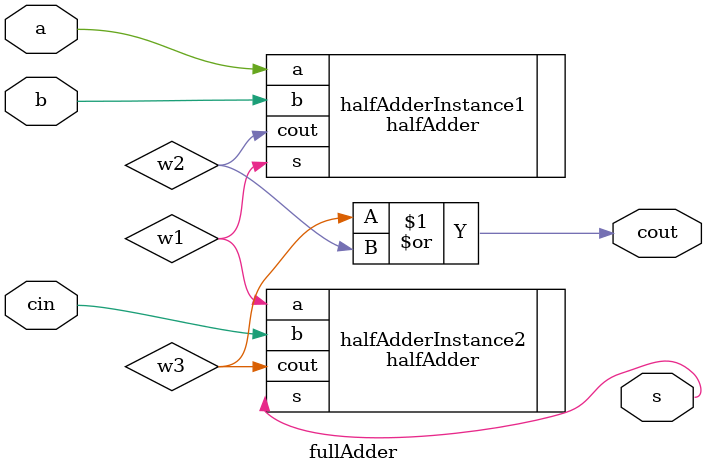
<source format=sv>
`timescale 1ns / 1ps


module fullAdder(
    input logic a,
    input logic b,
    input logic cin,
    output logic s,
    output logic cout
    );
    
    wire w1,w2,w3;
    
    halfAdder halfAdderInstance1(.a(a), .b(b), .s(w1), .cout(w2));
    halfAdder halfAdderInstance2(.a(w1), .b(cin), .s(s), .cout(w3));
    assign cout = w3 | w2;
endmodule

</source>
